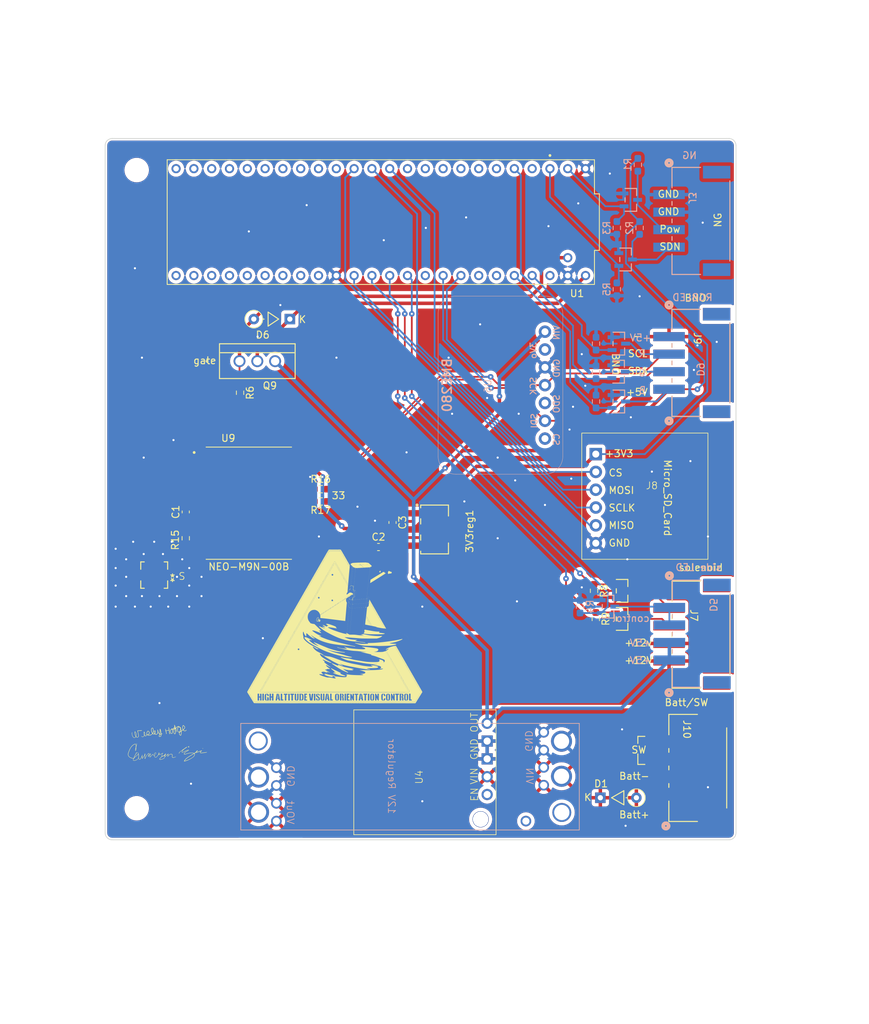
<source format=kicad_pcb>
(kicad_pcb (version 20241229) (generator "pcbnew") (generator_version "9.0")
  (layers (0 "F.Cu" signal) (2 "B.Cu" signal) (13 "F.Paste" user) (15 "B.Paste" user) (5 "F.SilkS" user "F.Silkscreen") (7 "B.SilkS" user "B.Silkscreen") (1 "F.Mask" user) (3 "B.Mask" user) (25 "Edge.Cuts" user))
  (net 0 "")
  (net 1 "GND")
  (net 2 "/VIN")
  (net 3 "/T7")
  (net 4 "/T8")
  (net 5 "/CS")
  (net 6 "/MOSI")
  (net 7 "/MISO")
  (net 8 "/T28")
  (net 9 "/T29")
  (net 10 "/T30")
  (net 11 "/T31")
  (net 12 "/SCL")
  (net 13 "/SDA")
  (net 14 "/T35")
  (net 15 "/T34")
  (net 16 "/T33")
  (net 17 "Net-(J7-Pin_3)")
  (net 18 "Net-(J3-Pin_4)")
  (net 19 "+12V")
  (net 20 "/PWM1")
  (net 21 "/PWM2")
  (net 22 "/red")
  (net 23 "+BATT")
  (net 28 "/SCLK")
  (net 29 "Net-(Q2-D)")
  (net 30 "Net-(AE1-A)")
  (net 31 "Net-(U9-VCC_RF)")
  (net 32 "+3V3")
  (net 33 "Net-(U9-SCL{slash}SPI_CLK)")
  (net 34 "Net-(U9-SDA{slash}SPI_CS_N)")
  (net 50 "+5V")
  (net 51 "Net-(D9-RK)")
  (net 52 "Net-(D9-GK)")
  (net 53 "Net-(D9-BK)")
  (net 54 "Net-(D5-K1)")
  (net 55 "Net-(D1-A)")
  (net 56 "Net-(J10-Pin_2)")
  (net 57 "Net-(J3-Pin_3)")
  (net 58 "/SDN")
  (net 59 "/NG power")
  (net 60 "/green")
  (net 61 "/blue")
  (net 62 "/side_LED")
  (net 63 "/VUSB")
  (footprint "SHC:HAVOC diode" (layer "F.Cu") (at 57.75 72.75 180)
    (property "Reference" "D6")
    (property "Value" "D")
  )
  (footprint "SHC:SOT23_DMG3406_DIO" (layer "F.Cu") (at 107.75 111.5 -90)
    (property "Reference" "Q2" (hide yes))
    (property "Value" "NMOS" (hide yes))
  )
  (footprint "SHC:MODULE_Teensy4-1-H4.0" (layer "F.Cu") (at 74.02 58.8 180)
    (property "Reference" "U1")
    (property "Value" "Teensy 4.1 - Microcontroller")
  )
  (footprint "Capacitor_SMD:C_0603_1608Metric_Pad1.08x0.95mm_HandSolder" (layer "F.Cu") (at 45.5 100.25 90)
    (property "Reference" "C1")
    (property "Value" "47pF")
  )
  (footprint "Resistor_SMD:R_0603_1608Metric_Pad0.98x0.95mm_HandSolder" (layer "F.Cu") (at 53.25 83.25 -90)
    (property "Reference" "R6")
    (property "Value" "10k")
  )
  (footprint "SHC:SOT23_DMG3406_DIO" (layer "F.Cu") (at 107.75 115.5 -90)
    (property "Reference" "Q1" (hide yes))
    (property "Value" "NMOS" (hide yes))
  )
  (footprint "Resistor_SMD:R_0603_1608Metric_Pad0.98x0.95mm_HandSolder" (layer "F.Cu") (at 64.75 97)
    (property "Reference" "R16")
    (property "Value" "33")
  )
  (footprint "SHC:antennaufl" (layer "F.Cu") (at 41 109.25 180)
    (property "Reference" "AE1" (hide yes))
    (property "Value" "Antenna_Shield")
  )
  (footprint "SHC:HAVOC diode" (layer "F.Cu") (at 107.25 141)
    (property "Reference" "D1")
    (property "Value" "10A Diode")
  )
  (footprint "Resistor_SMD:R_0603_1608Metric_Pad0.98x0.95mm_HandSolder" (layer "F.Cu") (at 103.75049 111.494737 -90)
    (property "Reference" "R8")
    (property "Value" "10k")
  )
  (footprint "Capacitor_SMD:C_0603_1608Metric_Pad1.08x0.95mm_HandSolder" (layer "F.Cu") (at 73 105.25)
    (property "Reference" "C2")
    (property "Value" "10uF")
  )
  (footprint "LOGO" (layer "F.Cu") (at 44.812613 144.496671)
    (property "Reference" "G***" (hide yes))
    (property "Value" "LOGO" (hide yes))
  )
  (footprint "MountingHole:MountingHole_3.2mm_M3" (layer "F.Cu") (at 38.5 142.5)
    (property "Reference" "REF**" (hide yes))
    (property "Value" "MountingHole_3.2mm_M3" (hide yes))
  )
  (footprint "Resistor_SMD:R_0603_1608Metric_Pad0.98x0.95mm_HandSolder" (layer "F.Cu") (at 64.75 98.75)
    (property "Reference" "R17")
    (property "Value" "33")
  )
  (footprint "SHC:CONN4_S4B-XH_JST=SMD4pin" (layer "F.Cu") (at 119 117.75 -90)
    (property "Reference" "J7")
    (property "Value" "solenoid")
  )
  (footprint "SHC:SPI_SD" (layer "F.Cu") (at 112 97)
    (property "Reference" "J8")
    (property "Value" "Micro_SD_Card")
  )
  (footprint "LOGO" (layer "F.Cu") (at 45.75 142.75)
    (property "Reference" "G***" (hide yes))
    (property "Value" "LOGO" (hide yes))
  )
  (footprint "SHC:CONN4_S4B-XH_JST=SMD4pin" (layer "F.Cu") (at 119 79 -90)
    (property "Reference" "J9")
    (property "Value" "BNO")
  )
  (footprint "Resistor_SMD:R_0603_1608Metric_Pad0.98x0.95mm_HandSolder" (layer "F.Cu") (at 104 115.5 -90)
    (property "Reference" "R9")
    (property "Value" "10k")
  )
  (footprint "MountingHole:MountingHole_3.2mm_M3" (layer "F.Cu") (at 38.5 51.5)
    (property "Reference" "REF**" (hide yes))
    (property "Value" "MountingHole_3.2mm_M3" (hide yes))
  )
  (footprint "LOGO" (layer "F.Cu") (at 66.75 117)
    (property "Reference" "G***" (hide yes))
    (property "Value" "LOGO" (hide yes))
  )
  (footprint "SHC:TO-220AB_LTO" (layer "F.Cu") (at 53.17 78.75)
    (property "Reference" "Q9")
    (property "Value" "PMOS")
  )
  (footprint "SHC:Pololu 5v Reg" (layer "F.Cu") (at 79.47 138.57 90)
    (property "Reference" "U4")
    (property "Value" "D24V50F5" (hide yes))
  )
  (footprint "Capacitor_SMD:C_0603_1608Metric_Pad1.08x0.95mm_HandSolder" (layer "F.Cu") (at 75 101.75 -90)
    (property "Reference" "C3")
    (property "Value" "22uF")
  )
  (footprint "SHC:CONN4_S4B-XH_JST=SMD4pin" (layer "F.Cu") (at 118.549501 136.75 -90)
    (property "Reference" "J10")
    (property "Value" "BATT/switch")
  )
  (footprint "Resistor_SMD:R_0603_1608Metric_Pad0.98x0.95mm_HandSolder" (layer "F.Cu") (at 45.5 104 -90)
    (property "Reference" "R15")
    (property "Value" "10Ω")
  )
  (footprint "SHC:XCVR_NEO-M9N-00B" (layer "F.Cu") (at 54.5 99)
    (property "Reference" "U9")
    (property "Value" "NEO-M9N-00B")
  )
  (footprint "SHC:SOT223-5_DIO-M" (layer "F.Cu") (at 81 102.75 -90)
    (property "Reference" "3V3reg1")
    (property "Value" "~")
  )
  (footprint "Resistor_SMD:R_0603_1608Metric_Pad0.98x0.95mm_HandSolder" (layer "B.Cu") (at 107 59.75 -90)
    (property "Reference" "R3")
    (property "Value" "10k")
  )
  (footprint "Resistor_SMD:R_0603_1608Metric_Pad0.98x0.95mm_HandSolder" (layer "B.Cu") (at 104.0348 80.3375 90)
    (property "Reference" "R11" (hide yes))
    (property "Value" "10k")
  )
  (footprint "SHC:CONN4_S4B-XH_JST=SMD4pin" (layer "B.Cu") (at 119.050551 117.610401 90)
    (property "Reference" "D5")
    (property "Value" "LED_Dual_AAKK")
  )
  (footprint "SHC:SOT23_DMG3406_DIO" (layer "B.Cu") (at 107.2848 84.5 90)
    (property "Reference" "Q5" (hide yes))
    (property "Value" "NMOS" (hide yes))
  )
  (footprint "SHC:SOT23_DMG3406_DIO" (layer "B.Cu") (at 108.25 64.25 90)
    (property "Reference" "Q7" (hide yes))
    (property "Value" "NMOS" (hide yes))
  )
  (footprint "Resistor_SMD:R_0603_1608Metric_Pad0.98x0.95mm_HandSolder" (layer "B.Cu") (at 110.25 59.75 -90)
    (property "Reference" "R2")
    (property "Value" "R")
  )
  (footprint "SHC:BME280" (layer "B.Cu") (at 89.099 82.297 -90)
    (property "Reference" "U6")
    (property "Value" "BME280")
  )
  (footprint "SHC:CONN4_S4B-XH_JST=SMD4pin" (layer "B.Cu") (at 119 58.75 90)
    (property "Reference" "J3")
    (property "Value" "NG")
  )
  (footprint "Resistor_SMD:R_0603_1608Metric_Pad0.98x0.95mm_HandSolder" (layer "B.Cu") (at 107 68.5 -90)
    (property "Reference" "R5")
    (property "Value" "10k")
  )
  (footprint "Resistor_SMD:R_0603_1608Metric_Pad0.98x0.95mm_HandSolder" (layer "B.Cu") (at 104.0348 84.5 90)
    (property "Reference" "R13" (hide yes))
    (property "Value" "10k")
  )
  (footprint "Resistor_SMD:R_0603_1608Metric_Pad0.98x0.95mm_HandSolder" (layer "B.Cu") (at 110 50.75 -90)
    (property "Reference" "R1")
    (property "Value" "R")
  )
  (footprint "SHC:SOT23_DMG3406_DIO" (layer "B.Cu") (at 109 55.75 90)
    (property "Reference" "Q8" (hide yes))
    (property "Value" "NMOS" (hide yes))
  )
  (footprint "SHC:SOT23_DMG3406_DIO" (layer "B.Cu") (at 105.75 113.75 90)
    (property "Reference" "Q6" (hide yes))
    (property "Value" "NMOS" (hide yes))
  )
  (footprint "Resistor_SMD:R_0603_1608Metric_Pad0.98x0.95mm_HandSolder" (layer "B.Cu") (at 104.0348 76.25 90)
    (property "Reference" "R10" (hide yes))
    (property "Value" "10k")
  )
  (footprint "SHC:U3V50F12_12V_REG" (layer "B.Cu") (at 74.65 137.9 90)
    (property "Reference" "U3" (hide yes))
    (property "Value" "U3V50F12" (hide yes))
  )
  (footprint "SHC:SOT23_DMG3406_DIO" (layer "B.Cu") (at 107.2848 76.25 90)
    (property "Reference" "Q3" (hide yes))
    (property "Value" "NMOS" (hide yes))
  )
  (footprint "SHC:SOT23_DMG3406_DIO" (layer "B.Cu") (at 107.25 80.25 90)
    (property "Reference" "Q4" (hide yes))
    (property "Value" "NMOS" (hide yes))
  )
  (footprint "SHC:CONN4_S4B-XH_JST=SMD4pin" (layer "B.Cu") (at 119 79 90)
    (property "Reference" "D9")
    (property "Value" "LED RGB")
  )
  (footprint "Resistor_SMD:R_0603_1608Metric_Pad0.98x0.95mm_HandSolder" (layer "B.Cu") (at 101.75 113.75 90)
    (property "Reference" "R4")
    (property "Value" "10k")
  )
  (gr_line (start 110 133.25) (end 110 132.25) (stroke (width 0.15)) (layer "F.SilkS"))
  (gr_line (start 110 132.25) (end 111 132.25) (stroke (width 0.15)) (layer "F.SilkS"))
  (gr_line (start 110 134.75) (end 110 136.25) (stroke (width 0.15)) (layer "F.SilkS"))
  (gr_line (start 57.25 73.75) (end 58.75 72.75) (stroke (width 0.15)) (layer "F.SilkS"))
  (gr_line (start 58.75 72.75) (end 57.25 71.75) (stroke (width 0.15)) (layer "F.SilkS"))
  (gr_line (start 108 140) (end 106.25 141) (stroke (width 0.15)) (layer "F.SilkS"))
  (gr_line (start 106.25 141) (end 108 142) (stroke (width 0.15)) (layer "F.SilkS"))
  (gr_line (start 57.25 71.75) (end 57.25 73.75) (stroke (width 0.15)) (layer "F.SilkS"))
  (gr_line (start 110 136.25) (end 111 136.25) (stroke (width 0.15)) (layer "F.SilkS"))
  (gr_line (start 108 142) (end 108 140) (stroke (width 0.15)) (layer "F.SilkS"))
  (gr_arc (start 35 147) (mid 34.292893 146.707107) (end 34 146) (stroke (width 0.1)) (layer "Edge.Cuts"))
  (gr_line (start 35 147) (end 123 147) (stroke (width 0.1)) (layer "Edge.Cuts"))
  (gr_line (start 123 47) (end 35 47) (stroke (width 0.1)) (layer "Edge.Cuts"))
  (gr_arc (start 124 146) (mid 123.707107 146.707107) (end 123 147) (stroke (width 0.1)) (layer "Edge.Cuts"))
  (gr_arc (start 34 48) (mid 34.292893 47.292893) (end 35 47) (stroke (width 0.1)) (layer "Edge.Cuts"))
  (gr_arc (start 123 47) (mid 123.707106 47.292893) (end 124 48) (stroke (width 0.1)) (layer "Edge.Cuts"))
  (gr_line (start 124 146) (end 124 48) (stroke (width 0.1)) (layer "Edge.Cuts"))
  (gr_line (start 34 48) (end 34 146) (stroke (width 0.1)) (layer "Edge.Cuts"))
  (gr_text "33" (at 66.25 98.5 0) (layer "F.SilkS") (effects (font (size 1 1)) (justify left bottom)))
  (gr_text "MOSI" (at 105.75 97.75 0) (layer "F.SilkS") (effects (font (size 1 1)) (justify left bottom)))
  (gr_text "Batt-" (at 107.25 138.5 0) (layer "F.SilkS") (effects (font (size 1 1)) (justify left bottom)))
  (gr_text "solenoid" (at 115.75 108.75 0) (layer "F.SilkS") (effects (font (size 1 1)) (justify left bottom)))
  (gr_text "-" (at 109.25 75.75 0) (layer "F.SilkS") (effects (font (size 1 1)) (justify left bottom)))
  (gr_text "SDN" (at 113 63 0) (layer "F.SilkS") (effects (font (size 1 1)) (justify left bottom)))
  (gr_text "MISO" (at 105.75 102.75 0) (layer "F.SilkS") (effects (font (size 1 1)) (justify left bottom)))
  (gr_text "SW" (at 109 134.75 0) (layer "F.SilkS") (effects (font (size 1 1)) (justify left bottom)))
  (gr_text "SDA" (at 108.5 80.75 0) (layer "F.SilkS") (effects (font (size 1 1)) (justify left bottom)))
  (gr_text "Pow" (at 113 60.5 0) (layer "F.SilkS") (effects (font (size 1 1)) (justify left bottom)))
  (gr_text "SCLK" (at 105.75 100.25 0) (layer "F.SilkS") (effects (font (size 1 1)) (justify left bottom)))
  (gr_text "Batt/SW" (at 113.75 128 0) (layer "F.SilkS") (effects (font (size 1 1)) (justify left bottom)))
  (gr_text "Batt+" (at 107.25 144 0) (layer "F.SilkS") (effects (font (size 1 1)) (justify left bottom)))
  (gr_text "NG" (at 122 59.75 90) (layer "F.SilkS") (effects (font (size 1 1)) (justify left bottom)))
  (gr_text "+12V" (at 108 122 0) (layer "F.SilkS") (effects (font (size 1 1)) (justify left bottom)))
  (gr_text "CS" (at 105.75 95.25 0) (layer "F.SilkS") (effects (font (size 1 1)) (justify left bottom)))
  (gr_text "SCL" (at 108.5 78.25 0) (layer "F.SilkS") (effects (font (size 1 1)) (justify left bottom)))
  (gr_text "GND" (at 112.75 58 0) (layer "F.SilkS") (effects (font (size 1 1)) (justify left bottom)))
  (gr_text "BNO" (at 106.25 77.5 -90) (layer "F.SilkS") (effects (font (size 1 1)) (justify left bottom)))
  (gr_text "+5V" (at 108.25 83.75 0) (layer "F.SilkS") (effects (font (size 1 1)) (justify left bottom)))
  (gr_text "GND" (at 112.75 55.5 0) (layer "F.SilkS") (effects (font (size 1 1)) (justify left bottom)))
  (gr_text "+3V3" (at 105.25 92.5 0) (layer "F.SilkS") (effects (font (size 1 1)) (justify left bottom)))
  (gr_text "gate" (at 46.5 79.25 0) (layer "F.SilkS") (effects (font (size 1 1)) (justify left bottom)))
  (gr_text "+12v" (at 108 119.5 0) (layer "F.SilkS") (effects (font (size 1 1)) (justify left bottom)))
  (gr_text "GND" (at 105.75 105.25 0) (layer "F.SilkS") (effects (font (size 1 1)) (justify left bottom)))
  (gr_text "+5V" (at 112 76 0) (layer "B.SilkS") (effects (font (size 1 1)) (justify left bottom mirror)))
  (gr_text "side LED" (at 122 108.75 0) (layer "B.SilkS") (effects (font (size 1 1)) (justify left bottom mirror)))
  (gr_text "G" (at 111.25 81 0) (layer "B.SilkS") (effects (font (size 1 1)) (justify left bottom mirror)))
  (gr_text "NG" (at 118.5 50 0) (layer "B.SilkS") (effects (font (size 1 1)) (justify left bottom mirror)))
  (gr_text "R" (at 111.25 78.25 0) (layer "B.SilkS") (effects (font (size 1 1)) (justify left bottom mirror)))
  (gr_text "B" (at 111.25 83.5 0) (layer "B.SilkS") (effects (font (size 1 1)) (justify left bottom mirror)))
  (gr_text "control" (at 111.75 116 0) (layer "B.SilkS") (effects (font (size 1 1)) (justify left bottom mirror)))
  (gr_text "RGBLED" (at 120.75 70.25 0) (layer "B.SilkS") (effects (font (size 1 1)) (justify left bottom mirror)))
  (gr_text "+5V" (at 112 119.5 0) (layer "B.SilkS") (effects (font (size 1 1)) (justify left bottom mirror)))
  (gr_text "+5V" (at 112 122 0) (layer "B.SilkS") (effects (font (size 1 1)) (justify left bottom mirror)))
  (via (at 44.25 112.25) (size 0.8) (drill 0.3) (layers "F.Cu" "B.Cu") (net 1))
  (via (at 107.75 131.25) (size 0.8) (drill 0.3) (layers "F.Cu" "B.Cu") (net 1))
  (via (at 96.75 99.25) (size 0.8) (drill 0.3) (layers "F.Cu" "B.Cu") (net 1))
  (via (at 101.5 56.25) (size 0.8) (drill 0.3) (layers "F.Cu" "B.Cu") (net 1))
  (via (at 108.5 107) (size 0.8) (drill 0.3) (layers "F.Cu" "B.Cu") (net 1))
  (via (at 35.5 108.25) (size 0.8) (drill 0.3) (layers "F.Cu" "B.Cu") (net 1))
  (via (at 102 111) (size 0.8) (drill 0.3) (layers "F.Cu" "B.Cu") (net 1))
  (via (at 83.5 86.25) (size 0.8) (drill 0.3) (layers "F.Cu" "B.Cu") (net 1))
  (via (at 121.25 76) (size 0.8) (drill 0.3) (layers "F.Cu" "B.Cu") (net 1))
  (via (at 87.5 73.5) (size 0.8) (drill 0.3) (layers "F.Cu" "B.Cu") (net 1))
  (via (at 35.5 110.75) (size 0.8) (drill 0.3) (layers "F.Cu" "B.Cu") (net 1))
  (via (at 54.5 60.25) (size 0.8) (drill 0.3) (layers "F.Cu" "B.Cu") (net 1))
  (via (at 55.75 75.25) (size 0.8) (drill 0.3) (layers "F.Cu" "B.Cu") (net 1))
  (via (at 119.25 59) (size 0.8) (drill 0.3) (layers "F.Cu" "B.Cu") (net 1))
  (via (at 43.5 104.5) (size 0.8) (drill 0.3) (layers "F.Cu" "B.Cu") (net 1))
  (via (at 108.25 145) (size 0.8) (drill 0.3) (layers "F.Cu" "B.Cu") (net 1))
  (via (at 67 78.25) (size 0.8) (drill 0.3) (layers "F.Cu" "B.Cu") (net 1))
  (via (at 73.75 61.5) (size 0.8) (drill 0.3) (layers "F.Cu" "B.Cu") (net 1))
  (via (at 37 109.5) (size 0.8) (drill 0.3) (layers "F.Cu" "B.Cu") (net 1))
  (via (at 42.25 106.25) (size 0.8) (drill 0.3) (layers "F.Cu" "B.Cu") (net 1))
  (via (at 39.25 78.25) (size 0.8) (drill 0.3) (layers "F.Cu" "B.Cu") (net 1))
  (via (at 44.25 109.5) (size 0.8) (drill 0.3) (layers "F.Cu" "B.Cu") (net 1))
  (via (at 100.75 85.25) (size 0.8) (drill 0.3) (layers "F.Cu" "B.Cu") (net 1))
  (via (at 37 112.25) (size 0.8) (drill 0.3) (layers "F.Cu" "B.Cu") (net 1))
  (via (at 62.75 56.5) (size 0.8) (drill 0.3) (layers "F.Cu" "B.Cu") (net 1))
  (via (at 77 91.75) (size 0.8) (drill 0.3) (layers "F.Cu" "B.Cu") (net 1))
  (via (at 56.5 118.25) (size 0.8) (drill 0.3) (layers "F.Cu" "B.Cu") (net 1))
  (via (at 43.75 90) (size 0.8) (drill 0.3) (layers "F.Cu" "B.Cu") (net 1))
  (via (at 93 86.25) (size 0.8) (drill 0.3) (layers "F.Cu" "B.Cu") (net 1))
  (via (at 79.25 141.5) (size 0.8) (drill 0.3) (layers "F.Cu" "B.Cu") (net 1))
  (via (at 35.5 105.5) (size 0.8) (drill 0.3) (layers "F.Cu" "B.Cu") (net 1))
  (via (at 47.75 112.25) (size 0.8) (drill 0.3) (layers "F.Cu" "B.Cu") (net 1))
  (via (at 70 99.5) (size 0.8) (drill 0.3) (layers "F.Cu" "B.Cu") (net 1))
  (via (at 106 52) (size 0.8) (drill 0.3) (layers "F.Cu" "B.Cu") (net 1))
  (via (at 111 83.25) (size 0.8) (drill 0.3) (layers "F.Cu" "B.Cu") (net 1))
  (via (at 97.25 59.5) (size 0.8) (drill 0.3) (layers "F.Cu" "B.Cu") (net 1))
  (via (at 39.5 92.5) (size 0.8) (drill 0.3) (layers "F.Cu" "B.Cu") (net 1))
  (via (at 43 113.75) (size 0.8) (drill 0.3) (layers "F.Cu" "B.Cu") (net 1))
  (via (at 46 113.75) (size 0.8) (drill 0.3) (layers "F.Cu" "B.Cu") (net 1))
  (via (at 38.25 113.75) (size 0.8) (drill 0.3) (layers "F.Cu" "B.Cu") (net 1))
  (via (at 85.5 58.25) (size 0.8) (drill 0.3) (layers "F.Cu" "B.Cu") (net 1))
  (via (at 85.25 98.75) (size 0.8) (drill 0.3) (layers "F.Cu" "B.Cu") (net 1))
  (via (at 41.75 112.25) (size 0.8) (drill 0.3) (layers "F.Cu" "B.Cu") (net 1))
  (via (at 40.5 113.75) (size 0.8) (drill 0.3) (layers "F.Cu" "B.Cu") (net 1))
  (via (at 120 139.5) (size 0.8) (drill 0.3) (layers "F.Cu" "B.Cu") (net 1))
  (via (at 46.25 139) (size 0.8) (drill 0.3) (layers "F.Cu" "B.Cu") (net 1))
  (via (at 92.5 95.75) (size 0.8) (drill 0.3) (layers "F.Cu" "B.Cu") (net 1))
  (via (at 100.5 95.5) (size 0.8) (drill 0.3) (layers "F.Cu" "B.Cu") (net 1))
  (via (at 88.5 84) (size 0.8) (drill 0.3) (layers "F.Cu" "B.Cu") (net 1))
  (via (at 83 78.25) (size 0.8) (drill 0.3) (layers "F.Cu" "B.Cu") (net 1))
  (via (at 92.75 113) (size 0.8) (drill 0.3) (layers "F.Cu" "B.Cu") (net 1))
  (via (at 41 104.5) (size 0.8) (drill 0.3) (layers "F.Cu" "B.Cu") (net 1))
  (via (at 120 103.75) (size 0.8) (drill 0.3) (layers "F.Cu" "B.Cu") (net 1))
  (via (at 38 104.5) (size 0.8) (drill 0.3) (layers "F.Cu" "B.Cu") (net 1))
  (via (at 38.25 65.5) (size 0.8) (drill 0.3) (layers "F.Cu" "B.Cu") (net 1))
  (via (at 41.75 127.5) (size 0.8) (drill 0.3) (layers "F.Cu" "B.Cu") (net 1))
  (via (at 102 77.75) (size 0.8) (drill 0.3) (layers "F.Cu" "B.Cu") (net 1))
  (via (at 39.5 106.25) (size 0.8) (drill 0.3) (layers "F.Cu" "B.Cu") (net 1))
  (via (at 118.5 76.5) (size 0.8) (drill 0.3) (layers "F.Cu" "B.Cu") (net 1))
  (via (at 37 107) (size 0.8) (drill 0.3) (layers "F.Cu" "B.Cu") (net 1))
  (via (at 118 80) (size 0.8) (drill 0.3) (layers "F.Cu" "B.Cu") (net 1))
  (via (at 110.25 69.5) (size 0.8) (drill 0.3) (layers "F.Cu" "B.Cu") (net 1))
  (via (at 117.5 93) (size 0.8) (drill 0.3) (layers "F.Cu" "B.Cu") (net 1))
  (via (at 112 94.5) (size 0.8) (drill 0.3) (layers "F.Cu" "B.Cu") (net 1))
  (via (at 72.5 101.5) (size 0.8) (drill 0.3) (layers "F.Cu" "B.Cu") (net 1))
  (via (at 100.25 88.5) (size 0.8) (drill 0.3) (layers "F.Cu" "B.Cu") (net 1))
  (via (at 90 92.5) (size 0.8) (drill 0.3) (layers "F.Cu" "B.Cu") (net 1))
  (via (at 46 108.25) (size 0.8) (drill 0.3) (layers "F.Cu" "B.Cu") (net 1))
  (via (at 47.75 109.5) (size 0.8) (drill 0.3) (layers "F.Cu" "B.Cu") (net 1))
  (via (at 46 110.75) (size 0.8) (drill 0.3) (layers "F.Cu" "B.Cu") (net 1))
  (via (at 59 70.75) (size 0.8) (drill 0.3) (layers "F.Cu" "B.Cu") (net 1))
  (via (at 109 86.75) (size 0.8) (drill 0.3) (layers "F.Cu" "B.Cu") (net 1))
  (via (at 64.5 103.75) (size 0.8) (drill 0.3) (layers "F.Cu" "B.Cu") (net 1))
  (via (at 79.75 59.75) (size 0.8) (drill 0.3) (layers "F.Cu" "B.Cu") (net 1))
  (via (at 90 104) (size 0.8) (drill 0.3) (layers "F.Cu" "B.Cu") (net 1))
  (via (at 39.25 112.25) (size 0.8) (drill 0.3) (layers "F.Cu" "B.Cu") (net 1))
  (via (at 102.5 82.25) (size 0.8) (drill 0.3) (layers "F.Cu" "B.Cu") (net 1))
  (via (at 35.5 113.75) (size 0.8) (drill 0.3) (layers "F.Cu" "B.Cu") (net 1))
  (via (at 79.25 113.75) (size 0.8) (drill 0.3) (layers "F.Cu" "B.Cu") (net 1))
  (via (at 63.25 95.25) (size 0.8) (drill 0.3) (layers "F.Cu" "B.Cu") (net 1))
  (via (at 45 107) (size 0.8) (drill 0.3) (layers "F.Cu" "B.Cu") (net 1))
  (segment (start 102.54 66.54) (end 102.54 66.551922) (width 0.5) (layer "F.Cu") (net 2))
  (segment (start 62.6 70.5) (end 60.35 72.75) (width 0.5) (layer "F.Cu") (net 2))
  (segment (start 60.35 72.756428) (end 55.71 77.396428) (width 0.5) (layer "F.Cu") (net 2))
  (segment (start 98.591922 70.5) (end 62.6 70.5) (width 0.5) (layer "F.Cu") (net 2))
  (segment (start 102.54 66.551922) (end 98.591922 70.5) (width 0.5) (layer "F.Cu") (net 2))
  (segment (start 55.71 77.396428) (end 55.71 78.75) (width 0.5) (layer "F.Cu") (net 2))
  (segment (start 60.35 72.75) (end 60.35 72.756428) (width 0.5) (layer "F.Cu") (net 2))
  (segment (start 81 57.7) (end 74.6 51.3) (width 0.25) (layer "B.Cu") (net 5))
  (segment (start 97.408629 94.54) (end 81 78.131371) (width 0.25) (layer "B.Cu") (net 5))
  (segment (start 81 78.131371) (end 81 57.7) (width 0.25) (layer "B.Cu") (net 5))
  (segment (start 104 94.54) (end 97.408629 94.54) (width 0.25) (layer "B.Cu") (net 5))
  (segment (start 78.5 57.74) (end 72.06 51.3) (width 0.25) (layer "B.Cu") (net 6))
  (segment (start 104 97.08) (end 99.33 97.08) (width 0.25) (layer "B.Cu") (net 6))
  (segment (start 99.33 97.08) (end 78.5 76.25) (width 0.25) (layer "B.Cu") (net 6))
  (segment (start 78.5 76.25) (end 78.5 57.74) (width 0.25) (layer "B.Cu") (net 6))
  (segment (start 68.25 52.57) (end 69.52 51.3) (width 0.25) (layer "B.Cu") (net 7))
  (segment (start 68.25 67.25) (end 68.25 52.57) (width 0.25) (layer "B.Cu") (net 7))
  (segment (start 104 102.16) (end 103.16 102.16) (width 0.25) (layer "B.Cu") (net 7))
  (segment (start 103.16 102.16) (end 68.25 67.25) (width 0.25) (layer "B.Cu") (net 7))
  (segment (start 114.450499 77.75) (end 113.504899 77.75) (width 0.25) (layer "F.Cu") (net 12))
  (segment (start 81.6825 80.98) (end 65.6625 97) (width 0.25) (layer "F.Cu") (net 12))
  (segment (start 113.504899 77.75) (end 110.754899 80.5) (width 0.25) (layer "F.Cu") (net 12))
  (segment (start 89 80.98) (end 81.6825 80.98) (width 0.25) (layer "F.Cu") (net 12))
  (segment (start 96.75 82.17) (end 90.19 82.17) (width 0.25) (layer "F.Cu") (net 12))
  (segment (start 90.19 82.17) (end 89 80.98) (width 0.25) (layer "F.Cu") (net 12))
  (segment (start 110.754899 80.5) (end 98.42 80.5) (width 0.25) (layer "F.Cu") (net 12))
  (segment (start 98.42 80.5) (end 96.75 82.17) (width 0.25) (layer "F.Cu") (net 12))
  (via (at 89 80.98) (size 0.8) (drill 0.3) (layers "F.Cu" "B.Cu") (net 12))
  (segment (start 88.045686 80.98) (end 82.75 75.684314) (width 0.25) (layer "B.Cu") (net 12))
  (segment (start 82.75 68.55) (end 84.76 66.54) (width 0.25) (layer "B.Cu") (net 12))
  (segment (start 82.75 75.684314) (end 82.75 68.55) (width 0.25) (layer "B.Cu") (net 12))
  (segment (start 89 80.98) (end 88.045686 80.98) (width 0.25) (layer "B.Cu") (net 12))
  (segment (start 81.87 81.38) (end 87.88 81.38) (width 0.25) (layer "F.Cu") (net 13))
  (segment (start 89.07 82.57) (end 92.07 82.57) (width 0.25) (layer "F.Cu") (net 13))
  (segment (start 75.75 87.5) (end 81.87 81.38) (width 0.25) (layer "F.Cu") (net 13))
  (segment (start 104.952599 87.25) (end 96.75 87.25) (width 0.25) (layer "F.Cu") (net 13))
  (segment (start 75.728186 87.5) (end 75.75 87.5) (width 0.25) (layer "F.Cu") (net 13))
  (segment (start 111.952599 80.25) (end 104.952599 87.25) (width 0.25) (layer "F.Cu") (net 13))
  (segment (start 96.404895 86.70125) (end 96.20125 86.70125) (width 0.25) (layer "F.Cu") (net 13))
  (segment (start 67.75 96.6625) (end 67.75 95.478186) (width 0.25) (layer "F.Cu") (net 13))
  (segment (start 67.75 95.478186) (end 75.728186 87.5) (width 0.25) (layer "F.Cu") (net 13))
  (segment (start 92.07 82.57) (end 96.75 87.25) (width 0.25) (layer "F.Cu") (net 13))
  (segment (start 114.450499 80.25) (end 111.952599 80.25) (width 0.25) (layer "F.Cu") (net 13))
  (segment (start 65.6625 98.75) (end 67.75 96.6625) (width 0.25) (layer "F.Cu") (net 13))
  (segment (start 87.88 81.38) (end 89.07 82.57) (width 0.25) (layer "F.Cu") (net 13))
  (segment (start 114.430499 80.73) (end 114.450499 80.75) (width 0.25) (layer "F.Cu") (net 13))
  (via (at 89.07 82.57) (size 0.8) (drill 0.3) (layers "F.Cu" "B.Cu") (net 13))
  (segment (start 82.22 75.72) (end 82.22 66.54) (width 0.25) (layer "B.Cu") (net 13))
  (segment (start 89.07 82.57) (end 82.22 75.72) (width 0.25) (layer "B.Cu") (net 13))
  (segment (start 108.7152 115.5) (end 113.450499 115.5) (width 0.25) (layer "F.Cu") (net 17))
  (segment (start 113.450499 115.5) (end 114.450499 116.5) (width 0.25) (layer "F.Cu") (net 17))
  (segment (start 112.700499 64.25) (end 114.450499 62.5) (width 0.25) (layer "B.Cu") (net 18))
  (segment (start 110.25 60.6625) (end 109.2152 61.6973) (width 0.25) (layer "B.Cu") (net 18))
  (segment (start 109.2152 64.25) (end 112.700499 64.25) (width 0.25) (layer "B.Cu") (net 18))
  (segment (start 109.2152 61.6973) (end 109.2152 64.25) (width 0.25) (layer "B.Cu") (net 18))
  (segment (start 99.75 109.75) (end 99.75 111.25) (width 0.25) (layer "F.Cu") (net 20))
  (segment (start 99.75 111.25) (end 103.0875 114.5875) (width 0.25) (layer "F.Cu") (net 20))
  (segment (start 104.002499 114.585001) (end 106.7848 114.585001) (width 0.25) (layer "F.Cu") (net 20))
  (segment (start 104 114.5875) (end 104.002499 114.585001) (width 0.25) (layer "F.Cu") (net 20))
  (segment (start 103.0875 114.5875) (end 104 114.5875) (width 0.25) (layer "F.Cu") (net 20))
  (segment (start 75.75 72) (end 75.75 83.75) (width 0.25) (layer "F.Cu") (net 20))
  (via (at 99.75 109.75) (size 0.8) (drill 0.3) (layers "F.Cu" "B.Cu") (net 20))
  (via (at 75.75 72) (size 0.8) (drill 0.3) (layers "F.Cu" "B.Cu") (net 20))
  (via (at 75.75 83.75) (size 0.8) (drill 0.3) (layers "F.Cu" "B.Cu") (net 20))
  (segment (start 99.75 108.5) (end 75.75 84.5) (width 0.25) (layer "B.Cu") (net 20))
  (segment (start 99.75 109.75) (end 99.75 108.5) (width 0.25) (layer "B.Cu") (net 20))
  (segment (start 72.06 67.56) (end 75.75 71.25) (width 0.25) (layer "B.Cu") (net 20))
  (segment (start 75.75 71.25) (end 75.75 72) (width 0.25) (layer "B.Cu") (net 20))
  (segment (start 75.75 84.5) (end 75.75 83.75) (width 0.25) (layer "B.Cu") (net 20))
  (segment (start 72.06 66.54) (end 72.06 67.56) (width 0.25) (layer "B.Cu") (net 20))
  (segment (start 103.75049 110.582237) (end 103.753254 110.585001) (width 0.25) (layer "F.Cu") (net 21))
  (segment (start 103.332237 110.582237) (end 103.75049 110.582237) (width 0.25) (layer "F.Cu") (net 21))
  (segment (start 103.753254 110.585001) (end 106.7848 110.585001) (width 0.25) (layer "F.Cu") (net 21))
  (segment (start 76.75 72) (end 76.75 84) (width 0.25) (layer "F.Cu") (net 21))
  (segment (start 101.75 109) (end 103.332237 110.582237) (width 0.25) (layer "F.Cu") (net 21))
  (via (at 76.75 72) (size 0.8) (drill 0.3) (layers "F.Cu" "B.Cu") (net 21))
  (via (at 76.75 84) (size 0.8) (drill 0.3) (layers "F.Cu" "B.Cu") (net 21))
  (via (at 101.75 109) (size 0.8) (drill 0.3) (layers "F.Cu" "B.Cu") (net 21))
  (segment (start 76.74 71.99) (end 76.74 71.75) (width 0.25) (layer "B.Cu") (net 21))
  (segment (start 76.75 72) (end 76.74 71.99) (width 0.25) (layer "B.Cu") (net 21))
  (segment (start 74.6 69.35) (end 74.6 66.54) (width 0.25) (layer "B.Cu") (net 21))
  (segment (start 76.75 72) (end 76.75 71.5) (width 0.25) (layer "B.Cu") (net 21))
  (segment (start 76.75 84) (end 101.75 109) (width 0.25) (layer "B.Cu") (net 21))
  (segment (start 76.75 71.5) (end 74.6 69.35) (width 0.25) (layer "B.Cu") (net 21))
  (segment (start 106.317101 77.1625) (end 106.3196 77.164999) (width 0.25) (layer "B.Cu") (net 22))
  (segment (start 104.0348 77.1625) (end 106.317101 77.1625) (width 0.25) (layer "B.Cu") (net 22))
  (segment (start 102 75.1277) (end 102 73.62) (width 0.25) (layer "B.Cu") (net 22))
  (segment (start 104.0348 77.1625) (end 102 75.1277) (width 0.25) (layer "B.Cu") (net 22))
  (segment (start 102 73.62) (end 94.92 66.54) (width 0.25) (layer "B.Cu") (net 22))
  (segment (start 69.974314 66.54) (end 69.52 66.54) (width 0.25) (layer "B.Cu") (net 28))
  (segment (start 104 99.62) (end 101.304314 99.62) (width 0.25) (layer "B.Cu") (net 28))
  (segment (start 69.52 67.835686) (end 69.52 66.54) (width 0.25) (layer "B.Cu") (net 28))
  (segment (start 101.304314 99.62) (end 69.52 67.835686) (width 0.25) (layer "B.Cu") (net 28))
  (segment (start 108.7152 111.5) (end 111.950499 111.5) (width 0.25) (layer "F.Cu") (net 29))
  (segment (start 111.950499 111.5) (end 114.450499 114) (width 0.25) (layer "F.Cu") (net 29))
  (segment (start 42.475001 109.25) (end 42.75 108.975001) (width 0.5) (layer "F.Cu") (net 30))
  (segment (start 42.75 108.975001) (end 42.75 107.6625) (width 0.5) (layer "F.Cu") (net 30))
  (segment (start 45.5125 104.9) (end 45.5 104.9125) (width 0.25) (layer "F.Cu") (net 30))
  (segment (start 45.5 104.9125) (end 45.5 105) (width 0.25) (layer "F.Cu") (net 30))
  (segment (start 48.5 104.9) (end 45.5125 104.9) (width 0.25) (layer "F.Cu") (net 30))
  (segment (start 42.75 107.6625) (end 45.5 104.9125) (width 0.5) (layer "F.Cu") (net 30))
  (segment (start 45.8875 102.7) (end 48.5 102.7) (width 0.25) (layer "F.Cu") (net 31))
  (segment (start 45.5 103.0875) (end 45.8875 102.7) (width 0.25) (layer "F.Cu") (net 31))
  (segment (start 45.5 101.1125) (end 45.5 103.0875) (width 0.25) (layer "F.Cu") (net 31))
  (segment (start 102.25 93.75) (end 87 93.75) (width 0.5) (layer "F.Cu") (net 32))
  (segment (start 87 93.75) (end 78.0155 102.7345) (width 0.5) (layer "F.Cu") (net 32))
  (segment (start 65 95.25) (end 62.85 93.1) (width 0.5) (layer "F.Cu") (net 32))
  (segment (start 104 92) (end 102.25 93.75) (width 0.5) (layer "F.Cu") (net 32))
  (segment (start 78.0155 102.7345) (end 78.0155 102.75) (width 0.5) (layer "F.Cu") (net 32))
  (segment (start 67.75 102.25) (end 67.875 102.375) (width 0.5) (layer "F.Cu") (net 32))
  (segment (start 62.85 93.1) (end 60.5 93.1) (width 0.5) (layer "F.Cu") (net 32))
  (segment (start 75 102.6125) (end 68.1125 102.6125) (width 0.5) (layer "F.Cu") (net 32))
  (segment (start 78.0155 102.75) (end 75.1375 102.75) (width 0.5) (layer "F.Cu") (net 32))
  (segment (start 75.1375 102.75) (end 75 102.6125) (width 0.5) (layer "F.Cu") (net 32))
  (segment (start 68.1125 102.6125) (end 67.75 102.25) (width 0.5) (layer "F.Cu") (net 32))
  (via (at 67.75 102.25) (size 0.8) (drill 0.3) (layers "F.Cu" "B.Cu") (net 32))
  (via (at 65 95.25) (size 0.8) (drill 0.3) (layers "F.Cu" "B.Cu") (net 32))
  (segment (start 108.9448 50.8927) (end 110 49.8375) (width 0.25) (layer "B.Cu") (net 32))
  (segment (start 108.3052 64.8052) (end 119.9 76.4) (width 0.25) (layer "B.Cu") (net 32))
  (segment (start 119.9 83.1) (end 111 92) (width 0.25) (layer "B.Cu") (net 32))
  (segment (start 108.9448 57.5323) (end 108.9448 50.8927) (width 0.25) (layer "B.Cu") (net 32))
  (segment (start 65 99.5) (end 65 95.25) (width 0.5) (layer "B.Cu") (net 32))
  (segment (start 119.9 76.4) (end 119.9 83.1) (width 0.25) (layer "B.Cu") (net 32))
  (segment (start 111 92) (end 104 92) (width 0.25) (layer "B.Cu") (net 32))
  (segment (start 110.25 58.8375) (end 108.3052 60.7823) (width 0.25) (layer "B.Cu") (net 32))
  (segment (start 67.75 102.25) (end 65 99.5) (width 0.5) (layer "B.Cu") (net 32))
  (segment (start 108.3052 60.7823) (end 108.3052 64.8052) (width 0.25) (layer "B.Cu") (net 32))
  (segment (start 110.25 58.8375) (end 108.9448 57.5323) (width 0.25) (layer "B.Cu") (net 32))
  (segment (start 60.5 97.5) (end 63.3375 97.5) (width 0.25) (layer "F.Cu") (net 33))
  (segment (start 63.3375 97.5) (end 63.8375 97) (width 0.25) (layer "F.Cu") (net 33))
  (segment (start 60.5 98.6) (end 63.6875 98.6) (width 0.25) (layer "F.Cu") (net 34))
  (segment (start 63.6875 98.6) (end 63.8375 98.75) (width 0.25) (layer "F.Cu") (net 34))
  (segment (start 82.5 94) (end 87.875 88.625) (width 0.5) (layer "F.Cu") (net 50))
  (segment (start 78.0155 109.4845) (end 78.0155 105.0614) (width 0.5) (layer "F.Cu") (net 50))
  (segment (start 114.450499 82.75) (end 118.5 82.75) (width 0.25) (layer "F.Cu") (net 50))
  (segment (start 85.421 91.079) (end 85 91.5) (width 0.5) (layer "F.Cu") (net 50))
  (segment (start 90.25 86.25) (end 90.25 83.75) (width 0.5) (layer "F.Cu") (net 50))
  (segment (start 74.0511 105.0614) (end 73.8625 105.25) (width 0.5) (layer "F.Cu") (net 50))
  (segment (start 78.0155 105.0614) (end 74.0511 105.0614) (width 0.5) (layer "F.Cu") (net 50))
  (segment (start 99.868629 91.5) (end 102.742629 88.626) (width 0.5) (layer "F.Cu") (net 50))
  (segment (start 108.574499 88.626) (end 114.450499 82.75) (width 0.5) (layer "F.Cu") (net 50))
  (segment (start 87.875 88.625) (end 90.25 86.25) (width 0.5) (layer "F.Cu") (net 50))
  (segment (start 85 91.5) (end 99.868629 91.5) (width 0.5) (layer "F.Cu") (net 50))
  (segment (start 102.742629 88.626) (end 108.574499 88.626) (width 0.5) (layer "F.Cu") (net 50))
  (via (at 118.5 82.75) (size 0.8) (drill 0.3) (layers "F.Cu" "B.Cu") (net 50))
  (via (at 82.5 94) (size 0.8) (drill 0.3) (layers "F.Cu" "B.Cu") (net 50))
  (via (at 90.25 83.75) (size 0.8) (drill 0.3) (layers "F.Cu" "B.Cu") (net 50))
  (via (at 78.0155 109.4845) (size 0.8) (drill 0.3) (layers "F.Cu" "B.Cu") (net 50))
  (segment (start 90.25 83.75) (end 90.25 81.05) (width 0.5) (layer "B.Cu") (net 50))
  (segment (start 107.602895 128.25) (end 90.63 128.25) (width 0.5) (layer "B.Cu") (net 50))
  (segment (start 78.0155 98.4845) (end 82.5 94) (width 0.5) (layer "B.Cu") (net 50))
  (segment (start 114.50105 121.360401) (end 114.50105 121.391869) (width 0.5) (layer "B.Cu") (net 50))
  (segment (start 116 75.25) (end 114.450499 75.25) (width 0.25) (layer "B.Cu") (net 50))
  (segment (start 78.0155 98.4845) (end 77.9845 98.4845) (width 0.5) (layer "B.Cu") (net 50))
  (segment (start 118.5 82.75) (end 119.5 81.75) (width 0.25) (layer "B.Cu") (net 50))
  (segment (start 90.63 128.25) (end 88.5 130.38) (width 0.5) (layer "B.Cu") (net 50))
  (segment (start 90.25 81.05) (end 96.75 74.55) (width 0.5) (layer "B.Cu") (net 50))
  (segment (start 107.622907 128.270012) (end 107.602895 128.25) (width 0.5) (layer "B.Cu") (net 50))
  (segment (start 88.5 120) (end 88.5 130.38) (width 0.5) (layer "B.Cu") (net 50))
  (segment (start 119.5 81.75) (end 119.5 78.75) (width 0.25) (layer "B.Cu") (net 50))
  (segment (start 78.0155 109.4845) (end 78.0155 98.4845) (width 0.5) (layer "B.Cu") (net 50))
  (segment (start 78.0155 109.4845) (end 78.0155 109.5155) (width 0.5) (layer "B.Cu") (net 50))
  (segment (start 77.9845 98.4845) (end 58.25 78.75) (width 0.5) (layer "B.Cu") (net 50))
  (segment (start 114.50105 118.860401) (end 114.50105 121.360401) (width 0.5) (layer "B.Cu") (net 50))
  (segment (start 119.5 78.75) (end 116 75.25) (width 0.25) (layer "B.Cu") (net 50))
  (segment (start 78.0155 109.5155) (end 88.5 120) (width 0.5) (layer "B.Cu") (net 50))
  (segment (start 114.50105 121.391869) (end 107.622907 128.270012) (width 0.5) (layer "B.Cu") (net 50))
  (segment (start 108.25 76.25) (end 109 76.25) (width 0.25) (layer "B.Cu") (net 51))
  (segment (start 109 76.25) (end 110.5 77.75) (width 0.25) (layer "B.Cu") (net 51))
  (segment (start 110.5 77.75) (end 114.450499 77.75) (width 0.25) (layer "B.Cu") (net 51))
  (segment (start 108.2152 80.25) (end 114.450499 80.25) (width 0.25) (layer "B.Cu") (net 52))
  (segment (start 108.25 84.5) (end 112.700499 84.5) (width 0.25) (layer "B.Cu") (net 53))
  (segment (start 112.700499 84.5) (end 114.450499 82.75) (width 0.25) (layer "B.Cu") (net 53))
  (segment (start 114.390649 113.75) (end 114.50105 113.860401) (width 0.25) (layer "B.Cu") (net 54))
  (segment (start 114.140649 113.5) (end 114.50105 113.860401) (width 0.25) (layer "B.Cu") (net 54))
  (segment (start 106.7152 113.75) (end 114.390649 113.75) (width 0.25) (layer "B.Cu") (net 54))
  (segment (start 114.50105 116.360401) (end 114.50105 113.860401) (width 0.25) (layer "B.Cu") (net 54))
  (segment (start 113.504899 60) (end 114.450499 60) (width 0.25) (layer "B.Cu") (net 57))
  (segment (start 109.9652 56.460301) (end 113.504899 60) (width 0.25) (layer "B.Cu") (net 57))
  (segment (start 109.9652 51.6973) (end 110 51.6625) (width 0.25) (layer "B.Cu") (net 57))
  (segment (start 109.9652 55.75) (end 109.9652 56.460301) (width 0.25) (layer "B.Cu") (net 57))
  (segment (start 109.9652 55.75) (end 109.9652 51.6973) (width 0.25) (layer "B.Cu") (net 57))
  (segment (start 97.46 55.340199) (end 97.46 51.3) (width 0.25) (layer "B.Cu") (net 58))
  (segment (start 107.2848 65.164999) (end 107.164999 65.164999) (width 0.25) (layer "B.Cu") (net 58))
  (segment (start 107.2848 67.3027) (end 107 67.5875) (width 0.25) (layer "B.Cu") (net 58))
  (segment (start 107.2848 65.164999) (end 97.46 55.340199) (width 0.25) (layer "B.Cu") (net 58))
  (segment (start 107.2848 65.164999) (end 107.2848 67.3027) (width 0.25) (layer "B.Cu") (net 58))
  (segment (start 108.0348 57.8027) (end 107 58.8375) (width 0.25) (layer "B.Cu") (net 59))
  (segment (start 105.364999 56.664999) (end 100 51.3) (width 0.25) (layer "B.Cu") (net 59))
  (segment (start 108.0348 56.664999) (end 105.364999 56.664999) (width 0.25) (layer "B.Cu") (net 59))
  (segment (start 108.0348 56.664999) (end 108.0348 57.8027) (width 0.25) (layer "B.Cu") (net 59))
  (segment (start 106.199799 81.25) (end 106.2848 81.164999) (width 0.25) (layer "B.Cu") (net 60))
  (segment (start 100.75 73.683805) (end 93.309 66.242805) (width 0.25) (layer "B.Cu") (net 60))
  (segment (start 93.309 52.229) (end 92.38 51.3) (width 0.25) (layer "B.Cu") (net 60))
  (segment (start 104.0348 81.25) (end 102.75 81.25) (width 0.25) (layer "B.Cu") (net 60))
  (segment (start 104.0348 81.25) (end 106.199799 81.25) (width 0.25) (layer "B.Cu") (net 60))
  (segment (start 100.75 79.25) (end 100.75 73.683805) (width 0.25) (layer "B.Cu") (net 60))
  (segment (start 93.309 66.242805) (end 93.309 52.229) (width 0.25) (layer "B.Cu") (net 60))
  (segment (start 102.75 81.25) (end 100.75 79.25) (width 0.25) (layer "B.Cu") (net 60))
  (segment (start 100.35 74.51) (end 92.38 66.54) (width 0.25) (layer "B.Cu") (net 61))
  (segment (start 106.317101 85.4125) (end 106.3196 85.414999) (width 0.25) (layer "B.Cu") (net 61))
  (segment (start 104.0348 85.4125) (end 100.35 81.7277) (width 0.25) (layer "B.Cu") (net 61))
  (segment (start 100.35 81.7277) (end 100.35 74.51) (width 0.25) (layer "B.Cu") (net 61))
  (segment (start 104.0348 85.4125) (end 106.317101 85.4125) (width 0.25) (layer "B.Cu") (net 61))
  (segment (start 77.75 72) (end 77.75 77.75) (width 0.25) (layer "F.Cu") (net 62))
  (segment (start 77.75 77.75) (end 77.75 83.75) (width 0.25) (layer "F.Cu") (net 62))
  (via (at 77.75 72) (size 0.8) (drill 0.3) (layers "F.Cu" "B.Cu") (net 62))
  (via (at 77.75 83.75) (size 0.8) (drill 0.3) (layers "F.Cu" "B.Cu") (net 62))
  (segment (start 101.752499 114.664999) (end 101.75 114.6625) (width 0.25) (layer "B.Cu") (net 62))
  (segment (start 105.6948 113.754999) (end 104.7848 114.664999) (width 0.25) (layer "B.Cu") (net 62))
  (segment (start 77.75 67.15) (end 77.14 66.54) (width 0.25) (layer "B.Cu") (net 62))
  (segment (start 104.7848 114.664999) (end 101.752499 114.664999) (width 0.25) (layer "B.Cu") (net 62))
  (segment (start 77.75 83.75) (end 105.6948 111.6948) (width 0.25) (layer "B.Cu") (net 62))
  (segment (start 105.6948 111.6948) (end 105.6948 113.754999) (width 0.25) (layer "B.Cu") (net 62))
  (segment (start 77.75 72) (end 77.75 67.15) (width 0.25) (layer "B.Cu") (net 62))
  (segment (start 96.25 65.75) (end 96.25 68) (width 0.5) (layer "F.Cu") (net 63))
  (segment (start 96.25 68) (end 94.75 69.5) (width 0.5) (layer "F.Cu") (net 63))
  (segment (start 58.46 69.5) (end 55.21 72.75) (width 0.5) (layer "F.Cu") (net 63))
  (segment (start 53.17 78.75) (end 53.17 82.2575) (width 0.25) (layer "F.Cu") (net 63))
  (segment (start 94.75 69.5) (end 58.46 69.5) (width 0.5) (layer "F.Cu") (net 63))
  (segment (start 100 64) (end 98 64) (width 0.5) (layer "F.Cu") (net 63))
  (segment (start 98 64) (end 96.25 65.75) (width 0.5) (layer "F.Cu") (net 63))
  (segment (start 55.21 72.75) (end 53.17 74.79) (width 0.5) (layer "F.Cu") (net 63))
  (segment (start 53.17 82.2575) (end 53.25 82.3375) (width 0.25) (layer "F.Cu") (net 63))
  (segment (start 53.17 74.79) (end 53.17 78.75) (width 0.5) (layer "F.Cu") (net 63))
  (zone (net 55) (net_name "Net-(D1-A)") (layer "F.Cu") (priority 5) (connect_pads (clearance 0.5)) (min_thickness 0.25) (fill yes (thermal_gap 0.5) (thermal_bridge_width 0.5))
    (polygon (pts (xy 108.25 139.5) (xy 108.25 143.25) (xy 117.25 143.25) (xy 117.25 139.5)))
  )
  (zone (net 19) (net_name "+12V") (layer "F.Cu") (priority 6) (connect_pads (clearance 0.5)) (min_thickness 0.25) (fill yes (thermal_gap 0.5) (thermal_bridge_width 0.5))
    (polygon (pts (xy 81 117.75) (xy 70.25 130.25) (xy 62.75 137.75) (xy 60.25 140.5) (xy 53.5 140.5) (xy 53.5 146.25) (xy 67.75 145.75) (xy 80.25 132.25) (xy 83.75 128) (xy 90.5 127.75) (xy 118.5 127.75) (xy 119 117.75)))
  )
  (zone (net 56) (net_name "Net-(J10-Pin_2)") (layer "F.Cu") (priority 5) (connect_pads (clearance 0.5)) (min_thickness 0.25) (fill yes (thermal_gap 0.5) (thermal_bridge_width 0.5))
    (polygon (pts (xy 110.25 134.5) (xy 117.5 134.5) (xy 117.5 139.25) (xy 110.25 139.25)))
  )
  (zone (net 23) (net_name "+BATT") (layer "F.Cu") (priority 5) (connect_pads (clearance 0.5)) (min_thickness 0.25) (fill yes (thermal_gap 0.5) (thermal_bridge_width 0.5))
    (polygon (pts (xy 102.5 143) (xy 106.5 143) (xy 106.5 134.5) (xy 100.75 134.5) (xy 99.25 135.5) (xy 90.75 135.5) (xy 89.25 136.75) (xy 87.25 136.75) (xy 87.25 139.25) (xy 88.75 139.25) (xy 90.75 140.75) (xy 100 140.75)))
  )
  (zone (net 1) (net_name "GND") (layers "F.Cu" "B.Cu") (priority 4) (connect_pads (clearance 0.5)) (min_thickness 0.25) (fill yes (thermal_gap 0.5) (thermal_bridge_width 0.5))
    (polygon (pts (xy 86 37) (xy 136.25 36) (xy 143 86.75) (xy 126.25 173.25) (xy 41.75 164.5) (xy 19 139) (xy 20.75 60.75) (xy 27.25 27.25)))
  )
)
</source>
